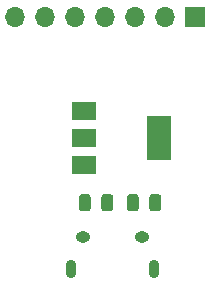
<source format=gbr>
%TF.GenerationSoftware,KiCad,Pcbnew,(5.1.7)-1*%
%TF.CreationDate,2021-02-24T18:36:54+01:00*%
%TF.ProjectId,Temperature-controller-with-ESP8266,54656d70-6572-4617-9475-72652d636f6e,rev?*%
%TF.SameCoordinates,Original*%
%TF.FileFunction,Soldermask,Bot*%
%TF.FilePolarity,Negative*%
%FSLAX46Y46*%
G04 Gerber Fmt 4.6, Leading zero omitted, Abs format (unit mm)*
G04 Created by KiCad (PCBNEW (5.1.7)-1) date 2021-02-24 18:36:54*
%MOMM*%
%LPD*%
G01*
G04 APERTURE LIST*
%ADD10O,1.250000X0.950000*%
%ADD11O,0.890000X1.550000*%
%ADD12R,2.000000X3.800000*%
%ADD13R,2.000000X1.500000*%
%ADD14R,1.700000X1.700000*%
%ADD15O,1.700000X1.700000*%
G04 APERTURE END LIST*
%TO.C,C7*%
G36*
G01*
X131646000Y-89756000D02*
X131646000Y-88806000D01*
G75*
G02*
X131896000Y-88556000I250000J0D01*
G01*
X132396000Y-88556000D01*
G75*
G02*
X132646000Y-88806000I0J-250000D01*
G01*
X132646000Y-89756000D01*
G75*
G02*
X132396000Y-90006000I-250000J0D01*
G01*
X131896000Y-90006000D01*
G75*
G02*
X131646000Y-89756000I0J250000D01*
G01*
G37*
G36*
G01*
X133546000Y-89756000D02*
X133546000Y-88806000D01*
G75*
G02*
X133796000Y-88556000I250000J0D01*
G01*
X134296000Y-88556000D01*
G75*
G02*
X134546000Y-88806000I0J-250000D01*
G01*
X134546000Y-89756000D01*
G75*
G02*
X134296000Y-90006000I-250000J0D01*
G01*
X133796000Y-90006000D01*
G75*
G02*
X133546000Y-89756000I0J250000D01*
G01*
G37*
%TD*%
%TO.C,C8*%
G36*
G01*
X137610000Y-89756000D02*
X137610000Y-88806000D01*
G75*
G02*
X137860000Y-88556000I250000J0D01*
G01*
X138360000Y-88556000D01*
G75*
G02*
X138610000Y-88806000I0J-250000D01*
G01*
X138610000Y-89756000D01*
G75*
G02*
X138360000Y-90006000I-250000J0D01*
G01*
X137860000Y-90006000D01*
G75*
G02*
X137610000Y-89756000I0J250000D01*
G01*
G37*
G36*
G01*
X135710000Y-89756000D02*
X135710000Y-88806000D01*
G75*
G02*
X135960000Y-88556000I250000J0D01*
G01*
X136460000Y-88556000D01*
G75*
G02*
X136710000Y-88806000I0J-250000D01*
G01*
X136710000Y-89756000D01*
G75*
G02*
X136460000Y-90006000I-250000J0D01*
G01*
X135960000Y-90006000D01*
G75*
G02*
X135710000Y-89756000I0J250000D01*
G01*
G37*
%TD*%
D10*
%TO.C,J11*%
X131993000Y-92199000D03*
X136993000Y-92199000D03*
D11*
X130993000Y-94899000D03*
X137993000Y-94899000D03*
%TD*%
D12*
%TO.C,U8*%
X138405000Y-83820000D03*
D13*
X132105000Y-83820000D03*
X132105000Y-81520000D03*
X132105000Y-86120000D03*
%TD*%
D14*
%TO.C,J12*%
X141478000Y-73533000D03*
D15*
X138938000Y-73533000D03*
X136398000Y-73533000D03*
X133858000Y-73533000D03*
X131318000Y-73533000D03*
X128778000Y-73533000D03*
X126238000Y-73533000D03*
%TD*%
M02*

</source>
